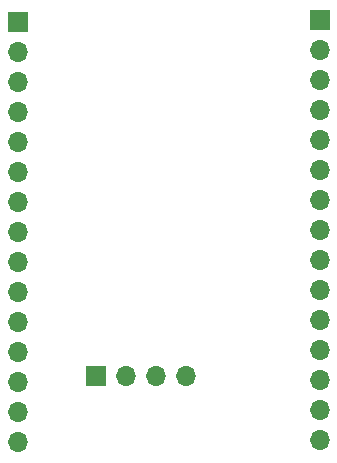
<source format=gbr>
%TF.GenerationSoftware,KiCad,Pcbnew,(6.0.4)*%
%TF.CreationDate,2022-06-13T20:22:48+02:00*%
%TF.ProjectId,Stamp,5374616d-702e-46b6-9963-61645f706362,rev?*%
%TF.SameCoordinates,Original*%
%TF.FileFunction,Soldermask,Bot*%
%TF.FilePolarity,Negative*%
%FSLAX46Y46*%
G04 Gerber Fmt 4.6, Leading zero omitted, Abs format (unit mm)*
G04 Created by KiCad (PCBNEW (6.0.4)) date 2022-06-13 20:22:48*
%MOMM*%
%LPD*%
G01*
G04 APERTURE LIST*
%ADD10R,1.700000X1.700000*%
%ADD11O,1.700000X1.700000*%
G04 APERTURE END LIST*
D10*
%TO.C,J4*%
X107950000Y-101605000D03*
D11*
X107950000Y-104145000D03*
X107950000Y-106685000D03*
X107950000Y-109225000D03*
X107950000Y-111765000D03*
X107950000Y-114305000D03*
X107950000Y-116845000D03*
X107950000Y-119385000D03*
X107950000Y-121925000D03*
X107950000Y-124465000D03*
X107950000Y-127005000D03*
X107950000Y-129545000D03*
X107950000Y-132085000D03*
X107950000Y-134625000D03*
X107950000Y-137165000D03*
%TD*%
D10*
%TO.C,J2*%
X89037000Y-131699000D03*
D11*
X91577000Y-131699000D03*
X94117000Y-131699000D03*
X96657000Y-131699000D03*
%TD*%
D10*
%TO.C,J3*%
X82423000Y-101727000D03*
D11*
X82423000Y-104267000D03*
X82423000Y-106807000D03*
X82423000Y-109347000D03*
X82423000Y-111887000D03*
X82423000Y-114427000D03*
X82423000Y-116967000D03*
X82423000Y-119507000D03*
X82423000Y-122047000D03*
X82423000Y-124587000D03*
X82423000Y-127127000D03*
X82423000Y-129667000D03*
X82423000Y-132207000D03*
X82423000Y-134747000D03*
X82423000Y-137287000D03*
%TD*%
M02*

</source>
